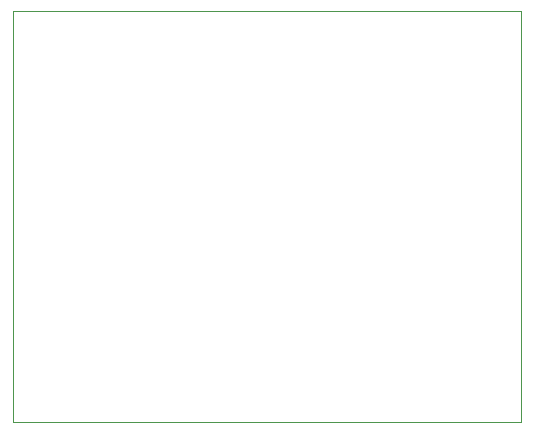
<source format=gbr>
%TF.GenerationSoftware,KiCad,Pcbnew,6.0.2+dfsg-1*%
%TF.CreationDate,2023-01-17T16:47:03+01:00*%
%TF.ProjectId,PCB_V1,5043425f-5631-42e6-9b69-6361645f7063,rev?*%
%TF.SameCoordinates,Original*%
%TF.FileFunction,Profile,NP*%
%FSLAX46Y46*%
G04 Gerber Fmt 4.6, Leading zero omitted, Abs format (unit mm)*
G04 Created by KiCad (PCBNEW 6.0.2+dfsg-1) date 2023-01-17 16:47:03*
%MOMM*%
%LPD*%
G01*
G04 APERTURE LIST*
%TA.AperFunction,Profile*%
%ADD10C,0.100000*%
%TD*%
G04 APERTURE END LIST*
D10*
X148600000Y-75400000D02*
X191600000Y-75400000D01*
X191600000Y-75400000D02*
X191600000Y-40600000D01*
X191600000Y-40600000D02*
X148600000Y-40600000D01*
X148600000Y-40600000D02*
X148600000Y-75400000D01*
M02*

</source>
